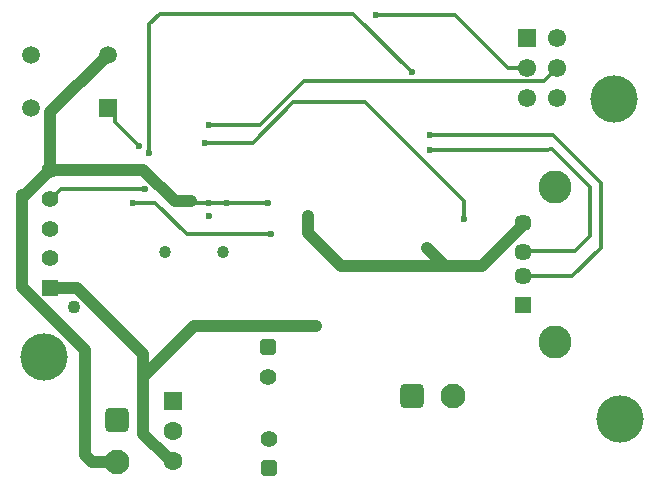
<source format=gbl>
G04*
G04 #@! TF.GenerationSoftware,Altium Limited,Altium Designer,24.1.2 (44)*
G04*
G04 Layer_Physical_Order=2*
G04 Layer_Color=16711680*
%FSLAX25Y25*%
%MOIN*%
G70*
G04*
G04 #@! TF.SameCoordinates,7DBD4A73-798C-42AE-A11E-901C6AB6527B*
G04*
G04*
G04 #@! TF.FilePolarity,Positive*
G04*
G01*
G75*
%ADD20R,0.05906X0.05906*%
%ADD36R,0.05512X0.05512*%
%ADD37C,0.05512*%
%ADD38C,0.04331*%
%ADD39C,0.06102*%
%ADD40R,0.06102X0.06102*%
%ADD56C,0.01181*%
%ADD57C,0.03937*%
%ADD58C,0.04055*%
G04:AMPARAMS|DCode=59|XSize=82.68mil|YSize=82.68mil|CornerRadius=20.67mil|HoleSize=0mil|Usage=FLASHONLY|Rotation=0.000|XOffset=0mil|YOffset=0mil|HoleType=Round|Shape=RoundedRectangle|*
%AMROUNDEDRECTD59*
21,1,0.08268,0.04134,0,0,0.0*
21,1,0.04134,0.08268,0,0,0.0*
1,1,0.04134,0.02067,-0.02067*
1,1,0.04134,-0.02067,-0.02067*
1,1,0.04134,-0.02067,0.02067*
1,1,0.04134,0.02067,0.02067*
%
%ADD59ROUNDEDRECTD59*%
%ADD60C,0.08268*%
%ADD61R,0.06299X0.06299*%
%ADD62C,0.06299*%
%ADD63C,0.11024*%
%ADD64C,0.05709*%
%ADD65R,0.05709X0.05709*%
G04:AMPARAMS|DCode=66|XSize=55.12mil|YSize=55.12mil|CornerRadius=13.78mil|HoleSize=0mil|Usage=FLASHONLY|Rotation=270.000|XOffset=0mil|YOffset=0mil|HoleType=Round|Shape=RoundedRectangle|*
%AMROUNDEDRECTD66*
21,1,0.05512,0.02756,0,0,270.0*
21,1,0.02756,0.05512,0,0,270.0*
1,1,0.02756,-0.01378,-0.01378*
1,1,0.02756,-0.01378,0.01378*
1,1,0.02756,0.01378,0.01378*
1,1,0.02756,0.01378,-0.01378*
%
%ADD66ROUNDEDRECTD66*%
%ADD67C,0.05906*%
%ADD68C,0.15748*%
G04:AMPARAMS|DCode=69|XSize=82.68mil|YSize=82.68mil|CornerRadius=20.67mil|HoleSize=0mil|Usage=FLASHONLY|Rotation=270.000|XOffset=0mil|YOffset=0mil|HoleType=Round|Shape=RoundedRectangle|*
%AMROUNDEDRECTD69*
21,1,0.08268,0.04134,0,0,270.0*
21,1,0.04134,0.08268,0,0,270.0*
1,1,0.04134,-0.02067,-0.02067*
1,1,0.04134,-0.02067,0.02067*
1,1,0.04134,0.02067,0.02067*
1,1,0.04134,0.02067,-0.02067*
%
%ADD69ROUNDEDRECTD69*%
%ADD70C,0.02362*%
D20*
X33795Y134142D02*
D03*
D36*
X14500Y74158D02*
D03*
D37*
Y84000D02*
D03*
Y93843D02*
D03*
Y103685D02*
D03*
Y113528D02*
D03*
X87500Y23843D02*
D03*
X87000Y44500D02*
D03*
D38*
X22374Y67858D02*
D03*
D39*
X183500Y137500D02*
D03*
Y147500D02*
D03*
Y157500D02*
D03*
X173500Y137500D02*
D03*
Y147500D02*
D03*
D40*
Y157500D02*
D03*
D56*
X49500Y102500D02*
X60000Y92000D01*
X42000Y102500D02*
X49500D01*
X67500D02*
X73500D01*
X87000D01*
X60000Y92000D02*
X88000D01*
X36157Y129343D02*
X44000Y121500D01*
X36157Y129343D02*
Y131780D01*
X33795Y134142D02*
X36157Y131780D01*
X61500Y103000D02*
X62000Y102500D01*
X67500D01*
X47500Y119000D02*
Y162000D01*
X18040Y107000D02*
X46000D01*
X179000Y143000D02*
X183500Y147500D01*
X99000Y143000D02*
X179000D01*
X84500Y128500D02*
X99000Y143000D01*
X67500Y128500D02*
X84500D01*
X82000Y122500D02*
X95500Y136000D01*
X119500D01*
X149500Y165000D02*
X167000Y147500D01*
X123000Y165000D02*
X149500D01*
X167000Y147500D02*
X173500D01*
X66000Y122500D02*
X82000D01*
X115500Y165500D02*
X135000Y146000D01*
X51000Y165500D02*
X115500D01*
X141000Y125000D02*
X182000D01*
X198000Y109000D01*
X181733Y120511D02*
X194500Y107744D01*
X180500Y120000D02*
X181011Y120511D01*
X119500Y136000D02*
X152500Y103000D01*
Y97000D02*
Y103000D01*
X141000Y120000D02*
X180500D01*
X181011Y120511D02*
X181733D01*
X14500Y103685D02*
X14725D01*
X18040Y107000D01*
X47500Y162000D02*
X51000Y165500D01*
X171996Y85937D02*
X172559Y86500D01*
X189500D01*
X194500Y91500D01*
Y107744D01*
X171996Y78063D02*
X172059Y78000D01*
X188500D01*
X198000Y87500D01*
Y109000D01*
D57*
X111500Y81500D02*
X146000D01*
X158500D01*
X140212Y87288D02*
Y87500D01*
Y87288D02*
X146000Y81500D01*
X100500Y92500D02*
X111500Y81500D01*
X158500D02*
X171110Y94110D01*
Y94414D02*
X171996Y95300D01*
Y95780D01*
X171110Y94110D02*
Y94414D01*
X100500Y92500D02*
Y98000D01*
X14500Y132563D02*
X33795Y151858D01*
X14500Y113528D02*
Y132563D01*
Y113528D02*
X45472D01*
X56000Y103000D01*
X61500D01*
X5000Y74500D02*
Y105000D01*
X5972D01*
X14500Y113528D01*
X45500Y44500D02*
Y51970D01*
Y25500D02*
Y44500D01*
X62500Y61500D01*
X103000D01*
X35985Y61485D02*
X45500Y51970D01*
X23313Y74158D02*
X35985Y61485D01*
X36000Y61500D01*
X5000Y74500D02*
X26000Y53500D01*
Y18417D02*
Y53500D01*
Y18417D02*
X28306Y16110D01*
X36886D01*
X14500Y74158D02*
X23313D01*
X53680Y17681D02*
X54861Y16500D01*
X45500Y25500D02*
X53319Y17681D01*
X54861Y16500D02*
X55500D01*
X53319Y17681D02*
X53680D01*
D58*
X72106Y86000D02*
D03*
X52894D02*
D03*
D59*
X135110Y37886D02*
D03*
D60*
X148890D02*
D03*
X36886Y16110D02*
D03*
D61*
X55500Y36500D02*
D03*
D62*
Y26500D02*
D03*
Y16500D02*
D03*
D63*
X182665Y107866D02*
D03*
Y56134D02*
D03*
D64*
X171996Y95780D02*
D03*
Y85937D02*
D03*
Y78063D02*
D03*
D65*
Y68220D02*
D03*
D66*
X87500Y14000D02*
D03*
X87000Y54343D02*
D03*
D67*
X8205Y134142D02*
D03*
Y151858D02*
D03*
X33795D02*
D03*
D68*
X204500Y30500D02*
D03*
X12500Y51000D02*
D03*
X202500Y137000D02*
D03*
D69*
X36886Y29890D02*
D03*
D70*
X140212Y87500D02*
D03*
X67500Y98000D02*
D03*
X42000Y102500D02*
D03*
X100500Y98000D02*
D03*
X87000Y102500D02*
D03*
X88000Y92000D02*
D03*
X47500Y119000D02*
D03*
X46000Y107000D02*
D03*
X67500Y128500D02*
D03*
X123000Y165000D02*
D03*
X103000Y61500D02*
D03*
X66000Y122500D02*
D03*
X135000Y146000D02*
D03*
X141000Y125000D02*
D03*
Y120000D02*
D03*
X152500Y97000D02*
D03*
X73500Y102500D02*
D03*
X67500D02*
D03*
X44000Y121500D02*
D03*
M02*

</source>
